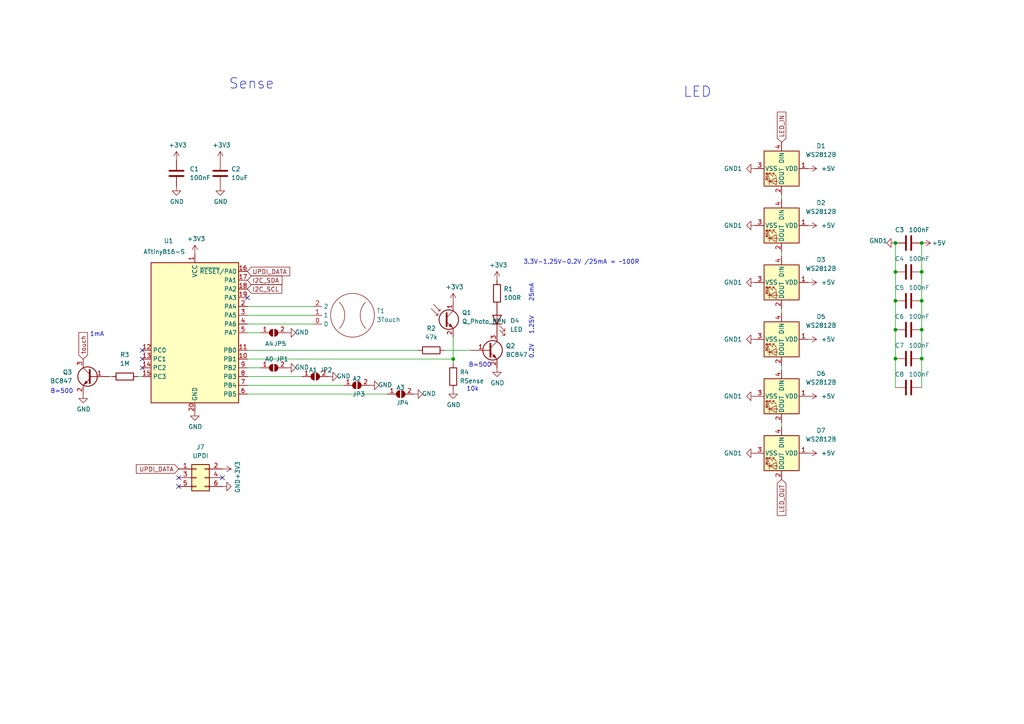
<source format=kicad_sch>
(kicad_sch (version 20211123) (generator eeschema)
  (paper "A4")
  (lib_symbols
    (symbol "Connector:Conn_01x09_Male" (pin_names (offset 1.016) hide)
      (property "Reference" "J" (at 0 12.7 0))
      (property "Value" "Conn_01x09_Male" (at 0 -12.7 0))
      (symbol "Conn_01x09_Male_1_1"
        (polyline (pts (xy 1.27 -10.16) (xy 0.8636 -10.16)) (stroke (width 0.1524)))
        (polyline (pts (xy 1.27 -7.62) (xy 0.8636 -7.62)) (stroke (width 0.1524)))
        (polyline (pts (xy 1.27 -5.08) (xy 0.8636 -5.08)) (stroke (width 0.1524)))
        (polyline (pts (xy 1.27 -2.54) (xy 0.8636 -2.54)) (stroke (width 0.1524)))
        (polyline (pts (xy 1.27 0) (xy 0.8636 0)) (stroke (width 0.1524)))
        (polyline (pts (xy 1.27 2.54) (xy 0.8636 2.54)) (stroke (width 0.1524)))
        (polyline (pts (xy 1.27 5.08) (xy 0.8636 5.08)) (stroke (width 0.1524)))
        (polyline (pts (xy 1.27 7.62) (xy 0.8636 7.62)) (stroke (width 0.1524)))
        (polyline (pts (xy 1.27 10.16) (xy 0.8636 10.16)) (stroke (width 0.1524)))
        (rectangle (start 0.8636 -10.033) (end 0 -10.287) (stroke (width 0.1524)) (fill (type outline)))
        (rectangle (start 0.8636 -7.493) (end 0 -7.747) (stroke (width 0.1524)) (fill (type outline)))
        (rectangle (start 0.8636 -4.953) (end 0 -5.207) (stroke (width 0.1524)) (fill (type outline)))
        (rectangle (start 0.8636 -2.413) (end 0 -2.667) (stroke (width 0.1524)) (fill (type outline)))
        (rectangle (start 0.8636 0.127) (end 0 -0.127) (stroke (width 0.1524)) (fill (type outline)))
        (rectangle (start 0.8636 2.667) (end 0 2.413) (stroke (width 0.1524)) (fill (type outline)))
        (rectangle (start 0.8636 5.207) (end 0 4.953) (stroke (width 0.1524)) (fill (type outline)))
        (rectangle (start 0.8636 7.747) (end 0 7.493) (stroke (width 0.1524)) (fill (type outline)))
        (rectangle (start 0.8636 10.287) (end 0 10.033) (stroke (width 0.1524)) (fill (type outline)))
        (pin passive line (at 5.08 10.16 180) (length 3.81) (name "Pin_1") (number "1"))
        (pin passive line (at 5.08 7.62 180) (length 3.81) (name "Pin_2") (number "2"))
        (pin passive line (at 5.08 5.08 180) (length 3.81) (name "Pin_3") (number "3"))
        (pin passive line (at 5.08 2.54 180) (length 3.81) (name "Pin_4") (number "4"))
        (pin passive line (at 5.08 0 180) (length 3.81) (name "Pin_5") (number "5"))
        (pin passive line (at 5.08 -2.54 180) (length 3.81) (name "Pin_6") (number "6"))
        (pin passive line (at 5.08 -5.08 180) (length 3.81) (name "Pin_7") (number "7"))
        (pin passive line (at 5.08 -7.62 180) (length 3.81) (name "Pin_8") (number "8"))
        (pin passive line (at 5.08 -10.16 180) (length 3.81) (name "Pin_9") (number "9"))
      )
    )
    (symbol "Connector_Generic:Conn_02x03_Odd_Even" (pin_names (offset 1.016) hide)
      (property "Reference" "J" (at 1.27 5.08 0))
      (property "Value" "Conn_02x03_Odd_Even" (at 1.27 -5.08 0))
      (symbol "Conn_02x03_Odd_Even_1_1"
        (rectangle (start -1.27 -2.413) (end 0 -2.667) (stroke (width 0.1524)))
        (rectangle (start -1.27 0.127) (end 0 -0.127) (stroke (width 0.1524)))
        (rectangle (start -1.27 2.667) (end 0 2.413) (stroke (width 0.1524)))
        (rectangle (start -1.27 3.81) (end 3.81 -3.81) (stroke (width 0.254)) (fill (type background)))
        (rectangle (start 3.81 -2.413) (end 2.54 -2.667) (stroke (width 0.1524)))
        (rectangle (start 3.81 0.127) (end 2.54 -0.127) (stroke (width 0.1524)))
        (rectangle (start 3.81 2.667) (end 2.54 2.413) (stroke (width 0.1524)))
        (pin passive line (at -5.08 2.54 0) (length 3.81) (name "Pin_1") (number "1"))
        (pin passive line (at 7.62 2.54 180) (length 3.81) (name "Pin_2") (number "2"))
        (pin passive line (at -5.08 0 0) (length 3.81) (name "Pin_3") (number "3"))
        (pin passive line (at 7.62 0 180) (length 3.81) (name "Pin_4") (number "4"))
        (pin passive line (at -5.08 -2.54 0) (length 3.81) (name "Pin_5") (number "5"))
        (pin passive line (at 7.62 -2.54 180) (length 3.81) (name "Pin_6") (number "6"))
      )
    )
    (symbol "Device:C" (pin_numbers hide) (pin_names (offset 0.254))
      (property "Reference" "C" (at 0.635 2.54 0))
      (property "Value" "C" (at 0.635 -2.54 0))
      (symbol "C_0_1"
        (polyline (pts (xy -2.032 -0.762) (xy 2.032 -0.762)) (stroke (width 0.508)))
        (polyline (pts (xy -2.032 0.762) (xy 2.032 0.762)) (stroke (width 0.508)))
      )
      (symbol "C_1_1"
        (pin passive line (at 0 3.81 270) (length 2.794) (name "~") (number "1"))
        (pin passive line (at 0 -3.81 90) (length 2.794) (name "~") (number "2"))
      )
    )
    (symbol "Device:LED" (pin_numbers hide) (pin_names (offset 1.016) hide)
      (property "Reference" "D" (at 0 2.54 0))
      (property "Value" "LED" (at 0 -2.54 0))
      (symbol "LED_0_1"
        (polyline (pts (xy -1.27 -1.27) (xy -1.27 1.27)) (stroke (width 0.254)))
        (polyline (pts (xy -1.27 0) (xy 1.27 0)))
        (polyline (pts (xy 1.27 -1.27) (xy 1.27 1.27) (xy -1.27 0) (xy 1.27 -1.27)) (stroke (width 0.254)))
        (polyline (pts (xy -3.048 -0.762) (xy -4.572 -2.286) (xy -3.81 -2.286) (xy -4.572 -2.286) (xy -4.572 -1.524)))
        (polyline (pts (xy -1.778 -0.762) (xy -3.302 -2.286) (xy -2.54 -2.286) (xy -3.302 -2.286) (xy -3.302 -1.524)))
      )
      (symbol "LED_1_1"
        (pin passive line (at -3.81 0 0) (length 2.54) (name "K") (number "1"))
        (pin passive line (at 3.81 0 180) (length 2.54) (name "A") (number "2"))
      )
    )
    (symbol "Device:Q_Photo_NPN" (pin_names (offset 0) hide)
      (property "Reference" "Q" (at 5.08 1.27 0))
      (property "Value" "Q_Photo_NPN" (at 5.08 -1.27 0))
      (symbol "Q_Photo_NPN_0_1"
        (polyline (pts (xy -1.905 1.27) (xy -2.54 1.27)))
        (polyline (pts (xy -1.27 2.54) (xy -1.905 2.54)))
        (polyline (pts (xy 0.635 0.635) (xy 2.54 2.54)))
        (polyline (pts (xy -3.81 3.175) (xy -1.905 1.27) (xy -1.905 1.905)))
        (polyline (pts (xy -3.175 4.445) (xy -1.27 2.54) (xy -1.27 3.175)))
        (polyline (pts (xy 0.635 -0.635) (xy 2.54 -2.54) (xy 2.54 -2.54)))
        (polyline (pts (xy 0.635 1.905) (xy 0.635 -1.905) (xy 0.635 -1.905)) (stroke (width 0.508)))
        (polyline (pts (xy 1.27 -1.778) (xy 1.778 -1.27) (xy 2.286 -2.286) (xy 1.27 -1.778) (xy 1.27 -1.778)) (fill (type outline)))
        (circle (center 1.27 0) (radius 2.8194) (stroke (width 0.254)))
      )
      (symbol "Q_Photo_NPN_1_1"
        (pin passive line (at 2.54 5.08 270) (length 2.54) (name "C") (number "1"))
        (pin passive line (at 2.54 -5.08 90) (length 2.54) (name "E") (number "2"))
      )
    )
    (symbol "Device:R" (pin_numbers hide) (pin_names (offset 0))
      (property "Reference" "R" (at 2.032 0 90))
      (property "Value" "R" (at 0 0 90))
      (symbol "R_0_1"
        (rectangle (start -1.016 -2.54) (end 1.016 2.54) (stroke (width 0.254)))
      )
      (symbol "R_1_1"
        (pin passive line (at 0 3.81 270) (length 1.27) (name "~") (number "1"))
        (pin passive line (at 0 -3.81 90) (length 1.27) (name "~") (number "2"))
      )
    )
    (symbol "Jumper:SolderJumper_2_Open" (pin_names (offset 0) hide)
      (property "Reference" "JP" (at 0 2.032 0))
      (property "Value" "SolderJumper_2_Open" (at 0 -2.54 0))
      (symbol "SolderJumper_2_Open_0_1"
        (arc (start -0.254 1.016) (mid -1.27 0) (end -0.254 -1.016))
        (arc (start -0.254 1.016) (mid -1.27 0) (end -0.254 -1.016) (fill (type outline)))
        (polyline (pts (xy -0.254 1.016) (xy -0.254 -1.016)))
        (polyline (pts (xy 0.254 1.016) (xy 0.254 -1.016)))
        (arc (start 0.254 -1.016) (mid 1.27 0) (end 0.254 1.016))
        (arc (start 0.254 -1.016) (mid 1.27 0) (end 0.254 1.016) (fill (type outline)))
      )
      (symbol "SolderJumper_2_Open_1_1"
        (pin passive line (at -3.81 0 0) (length 2.54) (name "A") (number "1"))
        (pin passive line (at 3.81 0 180) (length 2.54) (name "B") (number "2"))
      )
    )
    (symbol "LED:WS2812B" (pin_names (offset 0.254))
      (property "Reference" "D" (at 5.08 5.715 0))
      (property "Value" "WS2812B" (at 1.27 -5.715 0))
      (symbol "WS2812B_0_0"
        (text "RGB" (at 2.286 -4.191 0) (effects (font (size 0.762 0.762))))
      )
      (symbol "WS2812B_0_1"
        (polyline (pts (xy 1.27 -3.556) (xy 1.778 -3.556)))
        (polyline (pts (xy 1.27 -2.54) (xy 1.778 -2.54)))
        (polyline (pts (xy 4.699 -3.556) (xy 2.667 -3.556)))
        (polyline (pts (xy 2.286 -2.54) (xy 1.27 -3.556) (xy 1.27 -3.048)))
        (polyline (pts (xy 2.286 -1.524) (xy 1.27 -2.54) (xy 1.27 -2.032)))
        (polyline (pts (xy 3.683 -1.016) (xy 3.683 -3.556) (xy 3.683 -4.064)))
        (polyline (pts (xy 4.699 -1.524) (xy 2.667 -1.524) (xy 3.683 -3.556) (xy 4.699 -1.524)))
        (rectangle (start 5.08 5.08) (end -5.08 -5.08) (stroke (width 0.254)) (fill (type background)))
      )
      (symbol "WS2812B_1_1"
        (pin power_in line (at 0 7.62 270) (length 2.54) (name "VDD") (number "1"))
        (pin output line (at 7.62 0 180) (length 2.54) (name "DOUT") (number "2"))
        (pin power_in line (at 0 -7.62 90) (length 2.54) (name "VSS") (number "3"))
        (pin input line (at -7.62 0 0) (length 2.54) (name "DIN") (number "4"))
      )
    )
    (symbol "MCU_Microchip_ATtiny:ATtiny816-S"
      (property "Reference" "U" (at -12.7 21.59 0))
      (property "Value" "ATtiny816-S" (at 2.54 -21.59 0))
      (symbol "ATtiny816-S_0_1"
        (rectangle (start -12.7 -20.32) (end 12.7 20.32) (stroke (width 0.254)) (fill (type background)))
      )
      (symbol "ATtiny816-S_1_1"
        (pin power_in line (at 0 22.86 270) (length 2.54) (name "VCC") (number "1"))
        (pin bidirectional line (at 15.24 -7.62 180) (length 2.54) (name "PB1") (number "10"))
        (pin bidirectional line (at 15.24 -5.08 180) (length 2.54) (name "PB0") (number "11"))
        (pin bidirectional line (at -15.24 -5.08 0) (length 2.54) (name "PC0") (number "12"))
        (pin bidirectional line (at -15.24 -7.62 0) (length 2.54) (name "PC1") (number "13"))
        (pin bidirectional line (at -15.24 -10.16 0) (length 2.54) (name "PC2") (number "14"))
        (pin bidirectional line (at -15.24 -12.7 0) (length 2.54) (name "PC3") (number "15"))
        (pin bidirectional line (at 15.24 17.78 180) (length 2.54) (name "~{RESET}/PA0") (number "16"))
        (pin bidirectional line (at 15.24 15.24 180) (length 2.54) (name "PA1") (number "17"))
        (pin bidirectional line (at 15.24 12.7 180) (length 2.54) (name "PA2") (number "18"))
        (pin bidirectional line (at 15.24 10.16 180) (length 2.54) (name "PA3") (number "19"))
        (pin bidirectional line (at 15.24 7.62 180) (length 2.54) (name "PA4") (number "2"))
        (pin power_in line (at 0 -22.86 90) (length 2.54) (name "GND") (number "20"))
        (pin bidirectional line (at 15.24 5.08 180) (length 2.54) (name "PA5") (number "3"))
        (pin bidirectional line (at 15.24 2.54 180) (length 2.54) (name "PA6") (number "4"))
        (pin bidirectional line (at 15.24 0 180) (length 2.54) (name "PA7") (number "5"))
        (pin bidirectional line (at 15.24 -17.78 180) (length 2.54) (name "PB5") (number "6"))
        (pin bidirectional line (at 15.24 -15.24 180) (length 2.54) (name "PB4") (number "7"))
        (pin bidirectional line (at 15.24 -12.7 180) (length 2.54) (name "PB3") (number "8"))
        (pin bidirectional line (at 15.24 -10.16 180) (length 2.54) (name "PB2") (number "9"))
      )
    )
    (symbol "Synth:BC847" (pin_names (offset 0) hide)
      (property "Reference" "Q" (at 5.08 1.905 0))
      (property "Value" "BC847" (at 5.08 0 0))
      (symbol "BC847_0_1"
        (polyline (pts (xy 0.635 0.635) (xy 2.54 2.54)))
        (polyline (pts (xy 0.635 -0.635) (xy 2.54 -2.54) (xy 2.54 -2.54)))
        (polyline (pts (xy 0.635 1.905) (xy 0.635 -1.905) (xy 0.635 -1.905)) (stroke (width 0.508)))
        (polyline (pts (xy 1.27 -1.778) (xy 1.778 -1.27) (xy 2.286 -2.286) (xy 1.27 -1.778) (xy 1.27 -1.778)) (fill (type outline)))
        (circle (center 1.27 0) (radius 2.8194) (stroke (width 0.254)))
      )
      (symbol "BC847_1_1"
        (pin input line (at -5.08 0 0) (length 5.715) (name "B") (number "1"))
        (pin passive line (at 2.54 -5.08 90) (length 2.54) (name "E") (number "2"))
        (pin passive line (at 2.54 5.08 270) (length 2.54) (name "C") (number "3"))
      )
    )
    (symbol "fsr:3Touch"
      (property "Reference" "T" (at 0 7.62 0))
      (property "Value" "3Touch" (at 0 0 0))
      (symbol "3Touch_0_1"
        (arc (start -3.8159 -3.81) (mid 5.3923 0) (end -3.8159 3.81))
        (circle (center 0 0) (radius 6.35))
        (arc (start 3.8159 3.8159) (mid -5.3923 0.0059) (end 3.8159 -3.8041))
      )
      (symbol "3Touch_1_1"
        (pin input line (at 11.43 2.54 180) (length 2.54) (name "0") (number "0"))
        (pin input line (at 11.43 0 180) (length 2.54) (name "1") (number "1"))
        (pin input line (at 11.43 -2.54 180) (length 2.54) (name "2") (number "2"))
      )
    )
    (symbol "power:+3.3V" (power) (pin_names (offset 0))
      (property "Value" "+3.3V" (at 0 3.556 0))
      (symbol "+3.3V_0_1"
        (polyline (pts (xy -0.762 1.27) (xy 0 2.54)))
        (polyline (pts (xy 0 0) (xy 0 2.54)))
        (polyline (pts (xy 0 2.54) (xy 0.762 1.27)))
      )
      (symbol "+3.3V_1_1"
        (pin power_in line (at 0 0 90) (length 0) hide (name "+3V3") (number "1"))
      )
    )
    (symbol "power:+5V" (power) (pin_names (offset 0))
      (property "Value" "+5V" (at 0 3.556 0))
      (symbol "+5V_0_1"
        (polyline (pts (xy -0.762 1.27) (xy 0 2.54)))
        (polyline (pts (xy 0 0) (xy 0 2.54)))
        (polyline (pts (xy 0 2.54) (xy 0.762 1.27)))
      )
      (symbol "+5V_1_1"
        (pin power_in line (at 0 0 90) (length 0) hide (name "+5V") (number "1"))
      )
    )
    (symbol "power:GND" (power) (pin_names (offset 0))
      (property "Value" "GND" (at 0 -3.81 0))
      (symbol "GND_0_1"
        (polyline (pts (xy 0 0) (xy 0 -1.27) (xy 1.27 -1.27) (xy 0 -2.54) (xy -1.27 -1.27) (xy 0 -1.27)))
      )
      (symbol "GND_1_1"
        (pin power_in line (at 0 0 270) (length 0) hide (name "GND") (number "1"))
      )
    )
    (symbol "power:GND1" (power) (pin_names (offset 0))
      (property "Value" "GND1" (at 0 -3.81 0))
      (symbol "GND1_0_1"
        (polyline (pts (xy 0 0) (xy 0 -1.27) (xy 1.27 -1.27) (xy 0 -2.54) (xy -1.27 -1.27) (xy 0 -1.27)))
      )
      (symbol "GND1_1_1"
        (pin power_in line (at 0 0 270) (length 0) hide (name "GND1") (number "1"))
      )
    )
  )
  (junction (at 259.715 104.013))
  (junction (at 259.715 95.631))
  (junction (at 267.335 95.631))
  (junction (at 259.715 70.485))
  (junction (at 259.715 87.249))
  (junction (at 131.445 104.14))
  (junction (at 267.335 87.249))
  (junction (at 267.335 78.867))
  (junction (at 267.335 104.013))
  (junction (at 259.715 78.867))
  (junction (at 267.335 70.485))
  (no_connect (at 71.755 86.36))
  (no_connect (at 41.275 101.6))
  (no_connect (at 41.275 106.68))
  (no_connect (at 41.275 104.14))
  (no_connect (at 64.516 138.557))
  (no_connect (at 51.816 141.097))
  (no_connect (at 51.816 138.557))
  (wire (pts (xy 71.755 111.76) (xy 99.695 111.76)))
  (wire (pts (xy 131.445 104.14) (xy 131.445 105.41)))
  (wire (pts (xy 267.335 104.013) (xy 267.335 112.395)))
  (wire (pts (xy 259.715 95.631) (xy 259.715 104.013)))
  (wire (pts (xy 267.335 78.867) (xy 267.335 87.249)))
  (wire (pts (xy 267.335 70.485) (xy 267.335 78.867)))
  (wire (pts (xy 267.335 87.249) (xy 267.335 95.631)))
  (wire (pts (xy 31.75 109.22) (xy 32.385 109.22)))
  (wire (pts (xy 71.755 106.68) (xy 75.565 106.68)))
  (wire (pts (xy 71.755 104.14) (xy 131.445 104.14)))
  (wire (pts (xy 226.695 73.025) (xy 226.695 74.295)))
  (wire (pts (xy 259.715 104.013) (xy 259.715 112.395)))
  (wire (pts (xy 259.715 78.867) (xy 259.715 87.249)))
  (wire (pts (xy 259.715 87.249) (xy 259.715 95.631)))
  (wire (pts (xy 267.335 95.631) (xy 267.335 104.013)))
  (wire (pts (xy 71.755 88.9) (xy 90.805 88.9)))
  (wire (pts (xy 259.715 70.485) (xy 259.715 78.867)))
  (wire (pts (xy 40.005 109.22) (xy 41.275 109.22)))
  (wire (pts (xy 226.695 122.555) (xy 226.695 123.825)))
  (wire (pts (xy 71.755 101.6) (xy 121.285 101.6)))
  (wire (pts (xy 71.755 109.22) (xy 87.63 109.22)))
  (wire (pts (xy 128.905 101.6) (xy 136.525 101.6)))
  (wire (pts (xy 71.755 96.52) (xy 75.565 96.52)))
  (wire (pts (xy 226.695 56.515) (xy 226.695 57.785)))
  (wire (pts (xy 226.695 89.535) (xy 226.695 90.805)))
  (wire (pts (xy 71.755 91.44) (xy 90.805 91.44)))
  (wire (pts (xy 131.445 97.79) (xy 131.445 104.14)))
  (wire (pts (xy 226.695 106.045) (xy 226.695 107.315)))
  (wire (pts (xy 71.755 114.3) (xy 112.395 114.3)))
  (wire (pts (xy 71.755 93.98) (xy 90.805 93.98)))
  (text "B=500" (at 135.89 106.68 0) (effects (font (size 1.27 1.27)) (justify left bottom)))
  (text "1mA\n" (at 26.035 97.79 0) (effects (font (size 1.27 1.27)) (justify left bottom)))
  (text "B=500" (at 14.605 114.3 0) (effects (font (size 1.27 1.27)) (justify left bottom)))
  (text "0.2V\n" (at 154.94 104.14 90) (effects (font (size 1.27 1.27)) (justify left bottom)))
  (text "Sense" (at 66.294 26.162 0) (effects (font (size 3 3)) (justify left bottom)))
  (text "3.3V-1.25V-0.2V /25mA = ~100R" (at 151.765 76.835 0) (effects (font (size 1.27 1.27)) (justify left bottom)))
  (text "10k" (at 135.255 113.665 0) (effects (font (size 1.27 1.27)) (justify left bottom)))
  (text "1.25V" (at 154.94 97.155 90) (effects (font (size 1.27 1.27)) (justify left bottom)))
  (text "LED" (at 198.12 28.575 0) (effects (font (size 3 3)) (justify left bottom)))
  (text "25mA\n" (at 154.94 87.63 90) (effects (font (size 1.27 1.27)) (justify left bottom)))
  (global_label "LED_IN" (shape input) (at -150.495 26.035 270) (property "Intersheet References" "${INTERSHEET_REFS}" (effects hide)))
  (global_label "I2C_SDA" (shape input) (at 71.755 81.28 0) (property "Intersheet References" "${INTERSHEET_REFS}" (effects hide)))
  (global_label "LED_IN" (shape input) (at -205.74 26.035 270) (property "Intersheet References" "${INTERSHEET_REFS}" (effects hide)))
  (global_label "LED_OUT" (shape input) (at -103.505 24.765 270) (property "Intersheet References" "${INTERSHEET_REFS}" (effects hide)))
  (global_label "touch" (shape input) (at -223.52 26.035 270) (property "Intersheet References" "${INTERSHEET_REFS}" (effects hide)))
  (global_label "I2C_SDA" (shape input) (at -90.805 24.765 270) (property "Intersheet References" "${INTERSHEET_REFS}" (effects hide)))
  (global_label "I2C_SDA" (shape input) (at -193.675 26.035 270) (property "Intersheet References" "${INTERSHEET_REFS}" (effects hide)))
  (global_label "I2C_SDA" (shape input) (at -118.745 24.765 270) (property "Intersheet References" "${INTERSHEET_REFS}" (effects hide)))
  (global_label "LED_IN" (shape input) (at -78.105 24.765 270) (property "Intersheet References" "${INTERSHEET_REFS}" (effects hide)))
  (global_label "I2C_SCL" (shape input) (at -116.205 24.765 270) (property "Intersheet References" "${INTERSHEET_REFS}" (effects hide)))
  (global_label "I2C_SCL" (shape input) (at -163.195 26.035 270) (property "Intersheet References" "${INTERSHEET_REFS}" (effects hide)))
  (global_label "UPDI_DATA" (shape input) (at 71.755 78.74 0) (property "Intersheet References" "${INTERSHEET_REFS}" (effects hide)))
  (global_label "I2C_SCL" (shape input) (at -63.5 24.13 270) (property "Intersheet References" "${INTERSHEET_REFS}" (effects hide)))
  (global_label "LED_OUT" (shape input) (at -50.8 24.13 270) (property "Intersheet References" "${INTERSHEET_REFS}" (effects hide)))
  (global_label "touch" (shape input) (at -121.285 24.765 270) (property "Intersheet References" "${INTERSHEET_REFS}" (effects hide)))
  (global_label "LED_OUT" (shape input) (at -208.28 26.035 270) (property "Intersheet References" "${INTERSHEET_REFS}" (effects hide)))
  (global_label "I2C_SCL" (shape input) (at 71.755 83.82 0) (property "Intersheet References" "${INTERSHEET_REFS}" (effects hide)))
  (global_label "touch" (shape input) (at -196.215 26.035 270) (property "Intersheet References" "${INTERSHEET_REFS}" (effects hide)))
  (global_label "I2C_SDA" (shape input) (at -165.735 26.035 270) (property "Intersheet References" "${INTERSHEET_REFS}" (effects hide)))
  (global_label "LED_IN" (shape input) (at -178.435 26.035 270) (property "Intersheet References" "${INTERSHEET_REFS}" (effects hide)))
  (global_label "touch" (shape input) (at 24.13 104.14 90) (property "Intersheet References" "${INTERSHEET_REFS}" (effects hide)))
  (global_label "touch" (shape input) (at -168.275 26.035 270) (property "Intersheet References" "${INTERSHEET_REFS}" (effects hide)))
  (global_label "LED_OUT" (shape input) (at -153.035 26.035 270) (property "Intersheet References" "${INTERSHEET_REFS}" (effects hide)))
  (global_label "LED_OUT" (shape input) (at 226.695 139.065 270) (property "Intersheet References" "${INTERSHEET_REFS}" (effects hide)))
  (global_label "LED_OUT" (shape input) (at -180.975 26.035 270) (property "Intersheet References" "${INTERSHEET_REFS}" (effects hide)))
  (global_label "LED_OUT" (shape input) (at -75.565 24.765 270) (property "Intersheet References" "${INTERSHEET_REFS}" (effects hide)))
  (global_label "touch" (shape input) (at -93.345 24.765 270) (property "Intersheet References" "${INTERSHEET_REFS}" (effects hide)))
  (global_label "I2C_SCL" (shape input) (at -191.135 26.035 270) (property "Intersheet References" "${INTERSHEET_REFS}" (effects hide)))
  (global_label "LED_IN" (shape input) (at -53.34 24.13 270) (property "Intersheet References" "${INTERSHEET_REFS}" (effects hide)))
  (global_label "I2C_SCL" (shape input) (at -88.265 24.765 270) (property "Intersheet References" "${INTERSHEET_REFS}" (effects hide)))
  (global_label "UPDI_DATA" (shape input) (at 51.816 136.017 180) (property "Intersheet References" "${INTERSHEET_REFS}" (effects hide)))
  (global_label "I2C_SDA" (shape input) (at -220.98 26.035 270) (property "Intersheet References" "${INTERSHEET_REFS}" (effects hide)))
  (global_label "I2C_SCL" (shape input) (at -218.44 26.035 270) (property "Intersheet References" "${INTERSHEET_REFS}" (effects hide)))
  (global_label "touch" (shape input) (at -68.58 24.13 270) (property "Intersheet References" "${INTERSHEET_REFS}" (effects hide)))
  (global_label "LED_IN" (shape input) (at 226.695 41.275 90) (property "Intersheet References" "${INTERSHEET_REFS}" (effects hide)))
  (global_label "LED_IN" (shape input) (at -106.045 24.765 270) (property "Intersheet References" "${INTERSHEET_REFS}" (effects hide)))
  (global_label "I2C_SDA" (shape input) (at -66.04 24.13 270) (property "Intersheet References" "${INTERSHEET_REFS}" (effects hide)))
  (symbol (lib_id "MCU_Microchip_ATtiny:ATtiny816-S") (at 56.515 96.52 0) (unit 1)
    (property "Reference" "U1" (at 48.895 69.85 0))
    (property "Value" "ATtiny816-S" (at 47.625 73.025 0))
    (property "Footprint" "Package_SO:SOIC-20W_7.5x12.8mm_P1.27mm" (effects hide))
    (property "Datasheet" "http://ww1.microchip.com/downloads/en/DeviceDoc/40001913A.pdf" (effects hide))
  )
  (symbol (lib_id "power:GND") (at 56.515 119.38 0) (unit 1)
    (property "Reference" "#PWR052" (effects hide))
    (property "Value" "GND" (at 56.642 123.7742 0))
  )
  (symbol (lib_id "power:+3.3V") (at 56.515 73.66 0) (unit 1)
    (property "Reference" "#PWR035" (effects hide))
    (property "Value" "+3.3V" (at 56.896 69.2658 0))
  )
  (symbol (lib_id "power:GND") (at 83.185 106.68 90) (unit 1)
    (property "Reference" "#PWR043" (effects hide))
    (property "Value" "GND" (at 87.5792 106.553 90))
  )
  (symbol (lib_id "power:GND1") (at 219.075 114.935 270) (unit 1)
    (property "Reference" "#PWR050" (effects hide))
    (property "Value" "GND1" (at 215.265 114.9349 90) (effects (justify right)))
  )
  (symbol (lib_id "power:GND") (at -158.115 26.035 0) (unit 1)
    (property "Reference" "#PWR06" (effects hide))
    (property "Value" "GND" (at -158.115 31.115 90))
  )
  (symbol (lib_id "power:+5V") (at -48.26 24.13 180) (unit 1)
    (property "Reference" "#PWR030" (effects hide))
    (property "Value" "+5V" (at -48.26 31.75 90) (effects (justify right)))
  )
  (symbol (lib_id "Jumper:SolderJumper_2_Open") (at 79.375 106.68 0) (unit 1)
    (property "Reference" "JP1" (at 80.01 104.14 0) (effects (justify left)))
    (property "Value" "A0" (at 76.835 104.14 0) (effects (justify left)))
    (property "Footprint" "Jumper:SolderJumper-2_P1.3mm_Open_TrianglePad1.0x1.5mm" (effects hide))
  )
  (symbol (lib_id "LED:WS2812B") (at 226.695 98.425 270) (unit 1)
    (property "Reference" "D5" (at 238.125 91.8462 90))
    (property "Value" "WS2812B" (at 238.125 94.3862 90))
    (property "Footprint" "fsr:LED_WS2812B_PLCC4_5.0x5.0mm_P3.2mm_handSolder" (effects hide))
    (property "Datasheet" "https://cdn-shop.adafruit.com/datasheets/WS2812B.pdf" (effects hide))
  )
  (symbol (lib_id "Device:C") (at 263.525 87.249 90) (unit 1)
    (property "Reference" "C5" (at 262.2549 83.439 90) (effects (justify left)))
    (property "Value" "100nF" (at 269.621 83.439 90) (effects (justify left)))
    (property "Footprint" "Capacitor_SMD:C_0603_1608Metric" (effects hide))
  )
  (symbol (lib_id "Synth:BC847") (at 26.67 109.22 0) (mirror y) (unit 1)
    (property "Reference" "Q3" (at 20.955 107.9499 0) (effects (justify left)))
    (property "Value" "BC847" (at 20.955 110.4899 0) (effects (justify left)))
    (property "Footprint" "Synth:SOT-323_SC-70" (effects hide))
    (property "Datasheet" "http://www.fairchildsemi.com/ds/BC/BC817.pdf" (effects hide))
  )
  (symbol (lib_id "Device:LED") (at 144.145 92.71 90) (unit 1)
    (property "Reference" "D4" (at 147.955 93.0274 90) (effects (justify right)))
    (property "Value" "LED" (at 147.955 95.5674 90) (effects (justify right)))
    (property "Footprint" "fsr:LED_RevMount_5mm" (effects hide))
  )
  (symbol (lib_id "LED:WS2812B") (at 226.695 131.445 270) (unit 1)
    (property "Reference" "D7" (at 238.125 124.8662 90))
    (property "Value" "WS2812B" (at 238.125 127.4062 90))
    (property "Footprint" "fsr:LED_WS2812B_PLCC4_5.0x5.0mm_P3.2mm_handSolder" (effects hide))
    (property "Datasheet" "https://cdn-shop.adafruit.com/datasheets/WS2812B.pdf" (effects hide))
  )
  (symbol (lib_id "power:+5V") (at 267.335 70.485 270) (unit 1)
    (property "Reference" "#PWR026" (effects hide))
    (property "Value" "+5V" (at 274.32 70.485 90) (effects (justify right)))
  )
  (symbol (lib_id "power:+5V") (at -147.955 26.035 180) (unit 1)
    (property "Reference" "#PWR08" (effects hide))
    (property "Value" "+5V" (at -147.955 33.655 90) (effects (justify right)))
  )
  (symbol (lib_id "power:GND1") (at 219.075 65.405 270) (unit 1)
    (property "Reference" "#PWR023" (effects hide))
    (property "Value" "GND1" (at 215.265 65.4049 90) (effects (justify right)))
  )
  (symbol (lib_id "power:GND") (at 64.516 141.097 90) (unit 1)
    (property "Reference" "#PWR056" (effects hide))
    (property "Value" "GND" (at 68.9102 140.97 0))
  )
  (symbol (lib_id "power:GND") (at 51.181 54.102 0) (unit 1)
    (property "Reference" "#PWR021" (effects hide))
    (property "Value" "GND" (at 51.308 58.4962 0))
  )
  (symbol (lib_id "power:GND") (at -83.185 24.765 0) (unit 1)
    (property "Reference" "#PWR018" (effects hide))
    (property "Value" "GND" (at -83.185 29.845 90))
  )
  (symbol (lib_id "power:GND1") (at -155.575 26.035 0) (unit 1)
    (property "Reference" "#PWR07" (effects hide))
    (property "Value" "GND1" (at -155.575 34.29 90) (effects (justify left)))
  )
  (symbol (lib_id "power:+5V") (at -175.895 26.035 180) (unit 1)
    (property "Reference" "#PWR04" (effects hide))
    (property "Value" "+5V" (at -175.895 33.655 90) (effects (justify right)))
  )
  (symbol (lib_id "power:+3.3V") (at -215.9 26.035 180) (unit 1)
    (property "Reference" "#PWR031" (effects hide))
    (property "Value" "+3.3V" (at -215.9 31.75 90))
  )
  (symbol (lib_id "Device:Q_Photo_NPN") (at 128.905 92.71 0) (unit 1)
    (property "Reference" "Q1" (at 133.985 90.6906 0) (effects (justify left)))
    (property "Value" "Q_Photo_NPN" (at 133.985 93.2306 0) (effects (justify left)))
    (property "Footprint" "fsr:LED_RevMount_5mm" (effects hide))
  )
  (symbol (lib_id "power:GND1") (at 219.075 81.915 270) (unit 1)
    (property "Reference" "#PWR037" (effects hide))
    (property "Value" "GND1" (at 215.265 81.9149 90) (effects (justify right)))
  )
  (symbol (lib_id "power:GND") (at 95.25 109.22 90) (unit 1)
    (property "Reference" "#PWR045" (effects hide))
    (property "Value" "GND" (at 99.6442 109.093 90))
  )
  (symbol (lib_id "power:GND") (at -186.055 26.035 0) (unit 1)
    (property "Reference" "#PWR02" (effects hide))
    (property "Value" "GND" (at -186.055 31.115 90))
  )
  (symbol (lib_id "power:+3.3V") (at 144.145 81.28 0) (unit 1)
    (property "Reference" "#PWR036" (effects hide))
    (property "Value" "+3.3V" (at 144.526 76.8858 0))
  )
  (symbol (lib_id "power:GND") (at -111.125 24.765 0) (unit 1)
    (property "Reference" "#PWR014" (effects hide))
    (property "Value" "GND" (at -111.125 29.845 90))
  )
  (symbol (lib_id "power:GND1") (at 219.075 131.445 270) (unit 1)
    (property "Reference" "#PWR053" (effects hide))
    (property "Value" "GND1" (at 215.265 131.4449 90) (effects (justify right)))
  )
  (symbol (lib_id "power:GND") (at 144.145 106.68 0) (unit 1)
    (property "Reference" "#PWR044" (effects hide))
    (property "Value" "GND" (at 144.272 111.0742 0))
  )
  (symbol (lib_id "Jumper:SolderJumper_2_Open") (at 79.375 96.52 0) (unit 1)
    (property "Reference" "JP5" (at 79.375 99.695 0) (effects (justify left)))
    (property "Value" "A4" (at 76.835 99.695 0) (effects (justify left)))
    (property "Footprint" "Jumper:SolderJumper-2_P1.3mm_Open_TrianglePad1.0x1.5mm" (effects hide))
  )
  (symbol (lib_id "LED:WS2812B") (at 226.695 114.935 270) (unit 1)
    (property "Reference" "D6" (at 238.125 108.3562 90))
    (property "Value" "WS2812B" (at 238.125 110.8962 90))
    (property "Footprint" "fsr:LED_WS2812B_PLCC4_5.0x5.0mm_P3.2mm_handSolder" (effects hide))
    (property "Datasheet" "https://cdn-shop.adafruit.com/datasheets/WS2812B.pdf" (effects hide))
  )
  (symbol (lib_id "power:GND") (at 131.445 113.03 0) (unit 1)
    (property "Reference" "#PWR047" (effects hide))
    (property "Value" "GND" (at 131.572 117.4242 0))
  )
  (symbol (lib_id "power:+3.3V") (at 64.516 136.017 270) (unit 1)
    (property "Reference" "#PWR055" (effects hide))
    (property "Value" "+3.3V" (at 68.9102 136.398 0))
  )
  (symbol (lib_id "power:GND") (at 24.13 114.3 0) (unit 1)
    (property "Reference" "#PWR048" (effects hide))
    (property "Value" "GND" (at 24.257 118.6942 0))
  )
  (symbol (lib_id "power:GND") (at 120.015 114.3 90) (unit 1)
    (property "Reference" "#PWR049" (effects hide))
    (property "Value" "GND" (at 124.4092 114.173 90))
  )
  (symbol (lib_id "Device:C") (at 51.181 50.292 0) (unit 1)
    (property "Reference" "C1" (at 54.991 49.0219 0) (effects (justify left)))
    (property "Value" "100nF" (at 54.991 51.5619 0) (effects (justify left)))
    (property "Footprint" "Capacitor_SMD:C_0603_1608Metric" (effects hide))
  )
  (symbol (lib_id "Jumper:SolderJumper_2_Open") (at 91.44 109.22 0) (unit 1)
    (property "Reference" "JP2" (at 92.71 107.315 0) (effects (justify left)))
    (property "Value" "A1" (at 89.535 107.315 0) (effects (justify left)))
    (property "Footprint" "Jumper:SolderJumper-2_P1.3mm_Open_TrianglePad1.0x1.5mm" (effects hide))
  )
  (symbol (lib_id "Device:C") (at 263.525 70.485 90) (unit 1)
    (property "Reference" "C3" (at 262.2549 66.675 90) (effects (justify left)))
    (property "Value" "100nF" (at 269.621 66.675 90) (effects (justify left)))
    (property "Footprint" "Capacitor_SMD:C_0603_1608Metric" (effects hide))
  )
  (symbol (lib_id "power:+5V") (at -203.2 26.035 180) (unit 1)
    (property "Reference" "#PWR034" (effects hide))
    (property "Value" "+5V" (at -203.2 33.655 90) (effects (justify right)))
  )
  (symbol (lib_id "power:+5V") (at -73.025 24.765 180) (unit 1)
    (property "Reference" "#PWR020" (effects hide))
    (property "Value" "+5V" (at -73.025 32.385 90) (effects (justify right)))
  )
  (symbol (lib_id "power:+5V") (at 234.315 48.895 270) (unit 1)
    (property "Reference" "#PWR012" (effects hide))
    (property "Value" "+5V" (at 238.125 48.8949 90) (effects (justify left)))
  )
  (symbol (lib_id "Device:R") (at 131.445 109.22 0) (unit 1)
    (property "Reference" "R4" (at 133.35 107.9499 0) (effects (justify left)))
    (property "Value" "RSense" (at 133.35 110.4899 0) (effects (justify left)))
    (property "Footprint" "Resistor_SMD:R_0603_1608Metric" (effects hide))
  )
  (symbol (lib_id "power:GND1") (at 259.715 70.485 270) (unit 1)
    (property "Reference" "#PWR025" (effects hide))
    (property "Value" "GND1" (at 252.095 69.85 90) (effects (justify left)))
  )
  (symbol (lib_id "Device:R") (at 36.195 109.22 90) (unit 1)
    (property "Reference" "R3" (at 36.195 102.87 90))
    (property "Value" "1M" (at 36.195 105.41 90))
    (property "Footprint" "Resistor_SMD:R_0603_1608Metric" (effects hide))
  )
  (symbol (lib_id "LED:WS2812B") (at 226.695 65.405 270) (unit 1)
    (property "Reference" "D2" (at 238.125 58.8262 90))
    (property "Value" "WS2812B" (at 238.125 61.3662 90))
    (property "Footprint" "fsr:LED_WS2812B_PLCC4_5.0x5.0mm_P3.2mm_handSolder" (effects hide))
    (property "Datasheet" "https://cdn-shop.adafruit.com/datasheets/WS2812B.pdf" (effects hide))
  )
  (symbol (lib_id "Connector:Conn_01x09_Male") (at -58.42 19.05 270) (unit 1)
    (property "Reference" "J5" (at -58.42 13.97 90))
    (property "Value" "Connect" (at -58.42 16.51 90))
    (property "Footprint" "fsr:1x09_EdgeConnect" (effects hide))
  )
  (symbol (lib_id "Device:C") (at 263.525 95.631 90) (unit 1)
    (property "Reference" "C6" (at 262.2549 91.821 90) (effects (justify left)))
    (property "Value" "100nF" (at 269.621 91.821 90) (effects (justify left)))
    (property "Footprint" "Capacitor_SMD:C_0603_1608Metric" (effects hide))
  )
  (symbol (lib_id "power:GND1") (at -80.645 24.765 0) (unit 1)
    (property "Reference" "#PWR019" (effects hide))
    (property "Value" "GND1" (at -80.645 33.02 90) (effects (justify left)))
  )
  (symbol (lib_id "power:+5V") (at 234.315 114.935 270) (unit 1)
    (property "Reference" "#PWR051" (effects hide))
    (property "Value" "+5V" (at 238.125 114.9349 90) (effects (justify left)))
  )
  (symbol (lib_id "power:+5V") (at 234.315 81.915 270) (unit 1)
    (property "Reference" "#PWR038" (effects hide))
    (property "Value" "+5V" (at 238.125 81.9149 90) (effects (justify left)))
  )
  (symbol (lib_id "power:+5V") (at -100.965 24.765 180) (unit 1)
    (property "Reference" "#PWR016" (effects hide))
    (property "Value" "+5V" (at -100.965 32.385 90) (effects (justify right)))
  )
  (symbol (lib_id "power:GND1") (at -183.515 26.035 0) (unit 1)
    (property "Reference" "#PWR03" (effects hide))
    (property "Value" "GND1" (at -183.515 34.29 90) (effects (justify left)))
  )
  (symbol (lib_id "power:+3.3V") (at 51.181 46.482 0) (unit 1)
    (property "Reference" "#PWR09" (effects hide))
    (property "Value" "+3.3V" (at 51.562 42.0878 0))
  )
  (symbol (lib_id "Device:R") (at 125.095 101.6 90) (unit 1)
    (property "Reference" "R2" (at 125.095 95.25 90))
    (property "Value" "47k" (at 125.095 97.79 90))
    (property "Footprint" "Resistor_SMD:R_0603_1608Metric" (effects hide))
  )
  (symbol (lib_id "power:GND") (at -58.42 24.13 0) (unit 1)
    (property "Reference" "#PWR028" (effects hide))
    (property "Value" "GND" (at -58.42 29.21 90))
  )
  (symbol (lib_id "power:GND") (at 107.315 111.76 90) (unit 1)
    (property "Reference" "#PWR046" (effects hide))
    (property "Value" "GND" (at 111.7092 111.633 90))
  )
  (symbol (lib_id "Device:C") (at 63.881 50.292 0) (unit 1)
    (property "Reference" "C2" (at 67.056 49.0219 0) (effects (justify left)))
    (property "Value" "10uF" (at 67.056 51.5619 0) (effects (justify left)))
    (property "Footprint" "Capacitor_SMD:C_0805_2012Metric" (effects hide))
  )
  (symbol (lib_id "power:+3.3V") (at 131.445 87.63 0) (unit 1)
    (property "Reference" "#PWR039" (effects hide))
    (property "Value" "+3.3V" (at 131.826 83.2358 0))
  )
  (symbol (lib_id "power:+3.3V") (at -188.595 26.035 180) (unit 1)
    (property "Reference" "#PWR01" (effects hide))
    (property "Value" "+3.3V" (at -188.595 31.75 90))
  )
  (symbol (lib_id "LED:WS2812B") (at 226.695 48.895 270) (unit 1)
    (property "Reference" "D1" (at 238.125 42.3162 90))
    (property "Value" "WS2812B" (at 238.125 44.8562 90))
    (property "Footprint" "fsr:LED_WS2812B_PLCC4_5.0x5.0mm_P3.2mm_handSolder" (effects hide))
    (property "Datasheet" "https://cdn-shop.adafruit.com/datasheets/WS2812B.pdf" (effects hide))
  )
  (symbol (lib_id "Device:R") (at 144.145 85.09 0) (unit 1)
    (property "Reference" "R1" (at 146.05 83.8199 0) (effects (justify left)))
    (property "Value" "100R" (at 146.05 86.3599 0) (effects (justify left)))
    (property "Footprint" "Resistor_SMD:R_0603_1608Metric" (effects hide))
  )
  (symbol (lib_id "Connector:Conn_01x09_Male") (at -186.055 20.955 270) (unit 1)
    (property "Reference" "J1" (at -186.055 15.24 90))
    (property "Value" "Connect" (at -186.055 17.78 90))
    (property "Footprint" "fsr:1x09_EdgeConnect_Flip" (effects hide))
  )
  (symbol (lib_id "LED:WS2812B") (at 226.695 81.915 270) (unit 1)
    (property "Reference" "D3" (at 238.125 75.3362 90))
    (property "Value" "WS2812B" (at 238.125 77.8762 90))
    (property "Footprint" "fsr:LED_WS2812B_PLCC4_5.0x5.0mm_P3.2mm_handSolder" (effects hide))
    (property "Datasheet" "https://cdn-shop.adafruit.com/datasheets/WS2812B.pdf" (effects hide))
  )
  (symbol (lib_id "power:+5V") (at 234.315 98.425 270) (unit 1)
    (property "Reference" "#PWR042" (effects hide))
    (property "Value" "+5V" (at 238.125 98.4249 90) (effects (justify left)))
  )
  (symbol (lib_id "power:GND1") (at -210.82 26.035 0) (unit 1)
    (property "Reference" "#PWR033" (effects hide))
    (property "Value" "GND1" (at -210.82 34.29 90) (effects (justify left)))
  )
  (symbol (lib_id "power:+3.3V") (at 63.881 46.482 0) (unit 1)
    (property "Reference" "#PWR010" (effects hide))
    (property "Value" "+3.3V" (at 64.262 42.0878 0))
  )
  (symbol (lib_id "power:+3.3V") (at -85.725 24.765 180) (unit 1)
    (property "Reference" "#PWR017" (effects hide))
    (property "Value" "+3.3V" (at -85.725 30.48 90))
  )
  (symbol (lib_id "Connector_Generic:Conn_02x03_Odd_Even") (at 56.896 138.557 0) (unit 1)
    (property "Reference" "J7" (at 58.166 129.667 0))
    (property "Value" "UPDI" (at 58.166 132.207 0))
    (property "Footprint" "Connector_PinHeader_2.54mm:PinHeader_2x03_P2.54mm_Vertical" (effects hide))
  )
  (symbol (lib_id "Device:C") (at 263.525 104.013 90) (unit 1)
    (property "Reference" "C7" (at 262.2549 100.203 90) (effects (justify left)))
    (property "Value" "100nF" (at 269.621 100.203 90) (effects (justify left)))
    (property "Footprint" "Capacitor_SMD:C_0603_1608Metric" (effects hide))
  )
  (symbol (lib_id "power:+5V") (at 234.315 131.445 270) (unit 1)
    (property "Reference" "#PWR054" (effects hide))
    (property "Value" "+5V" (at 238.125 131.4449 90) (effects (justify left)))
  )
  (symbol (lib_id "Jumper:SolderJumper_2_Open") (at 116.205 114.3 0) (unit 1)
    (property "Reference" "JP4" (at 114.935 116.84 0) (effects (justify left)))
    (property "Value" "A3" (at 114.935 112.395 0) (effects (justify left)))
    (property "Footprint" "Jumper:SolderJumper-2_P1.3mm_Open_TrianglePad1.0x1.5mm" (effects hide))
  )
  (symbol (lib_id "fsr:3Touch") (at 102.235 91.44 180) (unit 1)
    (property "Reference" "T1" (at 109.22 90.1699 0) (effects (justify right)))
    (property "Value" "3Touch" (at 109.22 92.7099 0) (effects (justify right)))
    (property "Footprint" "fsr:3Touch_80mm_back" (effects hide))
  )
  (symbol (lib_id "power:+3.3V") (at -113.665 24.765 180) (unit 1)
    (property "Reference" "#PWR013" (effects hide))
    (property "Value" "+3.3V" (at -113.665 30.48 90))
  )
  (symbol (lib_id "power:GND") (at -213.36 26.035 0) (unit 1)
    (property "Reference" "#PWR032" (effects hide))
    (property "Value" "GND" (at -213.36 31.115 90))
  )
  (symbol (lib_id "power:GND1") (at -55.88 24.13 0) (unit 1)
    (property "Reference" "#PWR029" (effects hide))
    (property "Value" "GND1" (at -55.88 32.385 90) (effects (justify left)))
  )
  (symbol (lib_id "Connector:Conn_01x09_Male") (at -111.125 19.685 270) (unit 1)
    (property "Reference" "J3" (at -110.49 13.97 90))
    (property "Value" "Connect" (at -111.125 16.51 90))
    (property "Footprint" "fsr:1x09_EdgeConnect" (effects hide))
  )
  (symbol (lib_id "Connector:Conn_01x09_Male") (at -83.185 19.685 270) (unit 1)
    (property "Reference" "J4" (at -83.82 13.97 90))
    (property "Value" "Connect" (effects hide))
    (property "Footprint" "fsr:1x09_EdgeConnect" (effects hide))
  )
  (symbol (lib_id "Connector:Conn_01x09_Male") (at -158.115 20.955 270) (unit 1)
    (property "Reference" "J2" (at -158.115 15.24 90))
    (property "Value" "Connect" (at -158.115 17.78 90))
    (property "Footprint" "fsr:1x09_EdgeConnect_Flip" (effects hide))
  )
  (symbol (lib_id "power:GND1") (at 219.075 48.895 270) (unit 1)
    (property "Reference" "#PWR011" (effects hide))
    (property "Value" "GND1" (at 215.265 48.8949 90) (effects (justify right)))
  )
  (symbol (lib_id "Jumper:SolderJumper_2_Open") (at 103.505 111.76 0) (unit 1)
    (property "Reference" "JP3" (at 102.235 114.3 0) (effects (justify left)))
    (property "Value" "A2" (at 102.235 109.855 0) (effects (justify left)))
    (property "Footprint" "Jumper:SolderJumper-2_P1.3mm_Open_TrianglePad1.0x1.5mm" (effects hide))
  )
  (symbol (lib_id "Device:C") (at 263.525 112.395 90) (unit 1)
    (property "Reference" "C8" (at 262.2549 108.585 90) (effects (justify left)))
    (property "Value" "100nF" (at 269.621 108.585 90) (effects (justify left)))
    (property "Footprint" "Capacitor_SMD:C_0603_1608Metric" (effects hide))
  )
  (symbol (lib_id "power:+3.3V") (at -160.655 26.035 180) (unit 1)
    (property "Reference" "#PWR05" (effects hide))
    (property "Value" "+3.3V" (at -160.655 31.75 90))
  )
  (symbol (lib_id "Device:C") (at 263.525 78.867 90) (unit 1)
    (property "Reference" "C4" (at 262.2549 75.057 90) (effects (justify left)))
    (property "Value" "100nF" (at 269.621 75.057 90) (effects (justify left)))
    (property "Footprint" "Capacitor_SMD:C_0603_1608Metric" (effects hide))
  )
  (symbol (lib_id "Connector:Conn_01x09_Male") (at -213.36 20.955 270) (unit 1)
    (property "Reference" "J6" (at -213.36 15.875 90))
    (property "Value" "Connect" (at -213.36 18.415 90))
    (property "Footprint" "fsr:1x09_EdgeConnect_Flip" (effects hide))
  )
  (symbol (lib_id "Synth:BC847") (at 141.605 101.6 0) (unit 1)
    (property "Reference" "Q2" (at 146.685 100.3299 0) (effects (justify left)))
    (property "Value" "BC847" (at 146.685 102.8699 0) (effects (justify left)))
    (property "Footprint" "Synth:SOT-323_SC-70" (effects hide))
    (property "Datasheet" "http://www.fairchildsemi.com/ds/BC/BC817.pdf" (effects hide))
  )
  (symbol (lib_id "power:GND1") (at -108.585 24.765 0) (unit 1)
    (property "Reference" "#PWR015" (effects hide))
    (property "Value" "GND1" (at -108.585 33.02 90) (effects (justify left)))
  )
  (symbol (lib_id "power:+3.3V") (at -60.96 24.13 180) (unit 1)
    (property "Reference" "#PWR027" (effects hide))
    (property "Value" "+3.3V" (at -60.96 29.845 90))
  )
  (symbol (lib_id "power:+5V") (at 234.315 65.405 270) (unit 1)
    (property "Reference" "#PWR024" (effects hide))
    (property "Value" "+5V" (at 238.125 65.4049 90) (effects (justify left)))
  )
  (symbol (lib_id "power:GND") (at 83.185 96.52 90) (unit 1)
    (property "Reference" "#PWR040" (effects hide))
    (property "Value" "GND" (at 87.5792 96.393 90))
  )
  (symbol (lib_id "power:GND1") (at 219.075 98.425 270) (unit 1)
    (property "Reference" "#PWR041" (effects hide))
    (property "Value" "GND1" (at 215.265 98.4249 90) (effects (justify right)))
  )
  (symbol (lib_id "power:GND") (at 63.881 54.102 0) (unit 1)
    (property "Reference" "#PWR022" (effects hide))
    (property "Value" "GND" (at 64.008 58.4962 0))
  )
)
</source>
